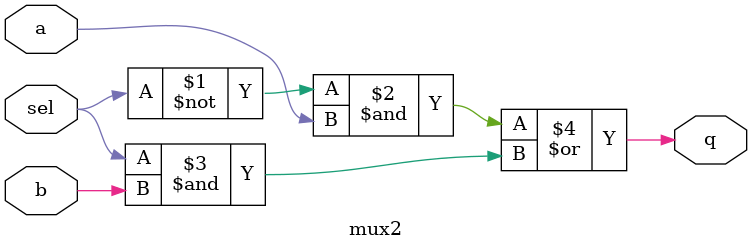
<source format=v>
module top_module (
    input [3:0] SW,
    input [3:0] KEY,
    output [3:0] LEDR
);
    MUXDFF MUXDFF1(KEY[0], KEY[3], KEY[1], KEY[2], SW[3], LEDR[3]);
    MUXDFF MUXDFF2(KEY[0], LEDR[3], KEY[1], KEY[2], SW[2], LEDR[2]);
    MUXDFF MUXDFF3(KEY[0], LEDR[2], KEY[1], KEY[2], SW[1], LEDR[1]);
    MUXDFF MUXDFF4(KEY[0], LEDR[1], KEY[1], KEY[2], SW[0], LEDR[0]);

endmodule

module MUXDFF (input clk, w, E, L, R, output Q);
    reg [1:0] r;
    
    mux2 mux(Q, w, E, r[0]);
    mux2 _mux(r[0], R, L, r[1]);
    
    always @(posedge clk) begin
        Q <= r[1];
    end

endmodule

module mux2(input a, b, sel, output q);
    assign q = (~sel & a) | (sel & b);
endmodule


</source>
